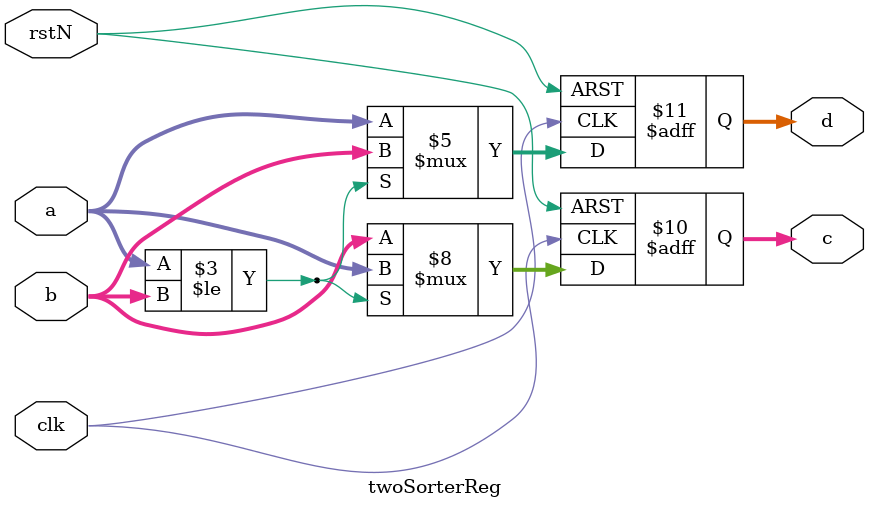
<source format=sv>
module twoSorterReg(
  input logic clk,
  input logic rstN,
  input logic[3:0] a,
  input logic[3:0] b,
  output logic[3:0] c,
  output logic[3:0] d
  );
  
always_ff @(posedge clk or negedge rstN) begin
    if (!rstN) begin
      // Asynchronous reset - clear outputs
      c <= 4'b0000;
      d <= 4'b0000;
    end else begin
      // Compare inputs and assign sorted values
      if (a <= b) begin
        c <= a;  // a is smaller (or equal)
        d <= b;  // b is larger (or equal)
      end else begin
        c <= b;  // b is smaller
        d <= a;  // a is larger
      end
    end
  end

endmodule: twoSorterReg

</source>
